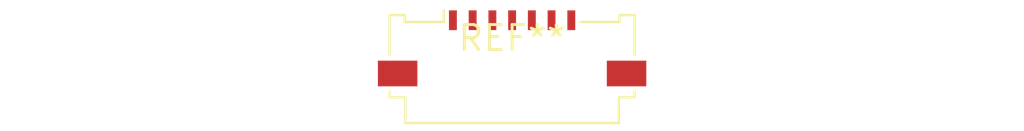
<source format=kicad_pcb>
(kicad_pcb (version 20240108) (generator pcbnew)
  (layers (0 "F.Cu" signal) (31 "B.Cu" signal) (34 "B.Paste" user) (35 "F.Paste" user) (36 "B.SilkS" user "B.Silkscreen") (37 "F.SilkS" user "F.Silkscreen") (38 "B.Mask" user) (39 "F.Mask" user) (44 "Edge.Cuts" user))
  (net 0 "")
  (footprint "Molex_200528-0070_1x07-1MP_P1.00mm_Horizontal" (layer "F.Cu") (at 0 0)
    (property "Reference" "REF**")
    (property "Value" "Molex_200528-0070_1x07-1MP_P1.00mm_Horizontal")
    (fp_line (start -6.21 -1.17) (end -6.21 0.88) (layer "F.SilkS") (stroke (width 0.12)))
    (fp_line (start -6.21 2.7) (end -6.21 3) (layer "F.SilkS") (stroke (width 0.12)))
    (fp_line (start -6.21 3) (end -5.41 3) (layer "F.SilkS") (stroke (width 0.12)))
    (fp_line (start -5.44 -1.17) (end -6.21 -1.17) (layer "F.SilkS") (stroke (width 0.12)))
    (fp_line (start -5.44 -0.82) (end -5.44 -1.17) (layer "F.SilkS") (stroke (width 0.12)))
    (fp_line (start -5.41 3) (end -5.41 4.3) (layer "F.SilkS") (stroke (width 0.12)))
    (fp_line (start -5.41 4.3) (end 5.41 4.3) (layer "F.SilkS") (stroke (width 0.12)))
    (fp_line (start -3.46 -1.41) (end -3.46 -0.82) (layer "F.SilkS") (stroke (width 0.12)))
    (fp_line (start -3.46 -0.82) (end -5.44 -0.82) (layer "F.SilkS") (stroke (width 0.12)))
    (fp_line (start 5.41 3) (end 6.21 3) (layer "F.SilkS") (stroke (width 0.12)))
    (fp_line (start 5.41 4.3) (end 5.41 3) (layer "F.SilkS") (stroke (width 0.12)))
    (fp_line (start 5.44 -1.17) (end 5.44 -0.82) (layer "F.SilkS") (stroke (width 0.12)))
    (fp_line (start 5.44 -0.82) (end 3.46 -0.82) (layer "F.SilkS") (stroke (width 0.12)))
    (fp_line (start 6.21 -1.17) (end 5.44 -1.17) (layer "F.SilkS") (stroke (width 0.12)))
    (fp_line (start 6.21 0.88) (end 6.21 -1.17) (layer "F.SilkS") (stroke (width 0.12)))
    (fp_line (start 6.21 3) (end 6.21 2.7) (layer "F.SilkS") (stroke (width 0.12)))
    (pad "1" smd rect (at -3 -0.91) (size 0.4 1) (layers "F.Cu" "F.Paste" "F.Mask"))
    (pad "2" smd rect (at -2 -0.91) (size 0.4 1) (layers "F.Cu" "F.Paste" "F.Mask"))
    (pad "3" smd rect (at -1 -0.91) (size 0.4 1) (layers "F.Cu" "F.Paste" "F.Mask"))
    (pad "4" smd rect (at 0 -0.91) (size 0.4 1) (layers "F.Cu" "F.Paste" "F.Mask"))
    (pad "5" smd rect (at 1 -0.91) (size 0.4 1) (layers "F.Cu" "F.Paste" "F.Mask"))
    (pad "6" smd rect (at 2 -0.91) (size 0.4 1) (layers "F.Cu" "F.Paste" "F.Mask"))
    (pad "7" smd rect (at 3 -0.91) (size 0.4 1) (layers "F.Cu" "F.Paste" "F.Mask"))
    (pad "MP" smd rect (at -5.8 1.79) (size 2 1.3) (layers "F.Cu" "F.Paste" "F.Mask"))
    (pad "MP" smd rect (at 5.8 1.79) (size 2 1.3) (layers "F.Cu" "F.Paste" "F.Mask"))
  )
)
</source>
